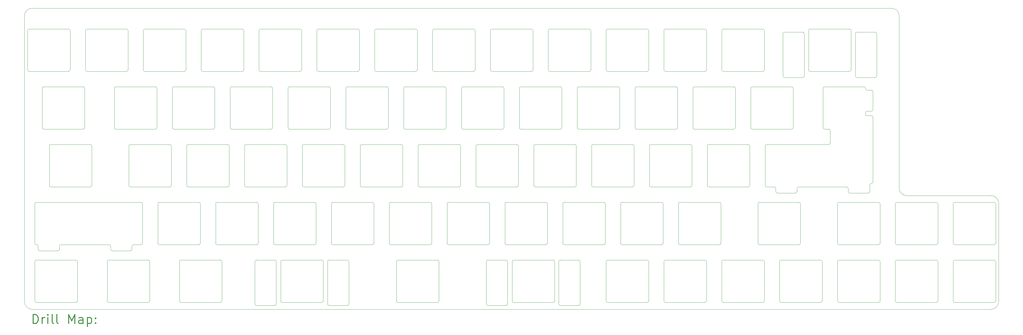
<source format=gbr>
%FSLAX45Y45*%
G04 Gerber Fmt 4.5, Leading zero omitted, Abs format (unit mm)*
G04 Created by KiCad (PCBNEW (5.1.9)-1) date 2021-05-31 01:00:14*
%MOMM*%
%LPD*%
G01*
G04 APERTURE LIST*
%TA.AperFunction,Profile*%
%ADD10C,0.100000*%
%TD*%
%ADD11C,0.200000*%
%ADD12C,0.300000*%
G04 APERTURE END LIST*
D10*
X34333125Y-13307906D02*
X34193500Y-13307906D01*
X34193500Y-13307906D02*
G75*
G02*
X34143500Y-13257906I0J50000D01*
G01*
X34143500Y-13257906D02*
X34143500Y-13214106D01*
X34338125Y-13164000D02*
X34193500Y-13164106D01*
X34143500Y-13214106D02*
G75*
G02*
X34193500Y-13164106I50000J0D01*
G01*
X34388125Y-13114000D02*
G75*
G02*
X34338125Y-13164000I-50000J0D01*
G01*
X34333125Y-13307906D02*
G75*
G02*
X34383125Y-13357906I0J-50000D01*
G01*
X34388125Y-12513700D02*
X34388125Y-13114000D01*
X34283125Y-15601300D02*
G75*
G02*
X34333125Y-15551300I50000J0D01*
G01*
X34283125Y-15810330D02*
X34283125Y-15601300D01*
X34143500Y-12402406D02*
X34143500Y-12413700D01*
X34338125Y-12463700D02*
X34193500Y-12463700D01*
X34383125Y-15501300D02*
G75*
G02*
X34333125Y-15551300I-50000J0D01*
G01*
X6839375Y-16165406D02*
X10282500Y-16165406D01*
X34383125Y-13357906D02*
X34383125Y-15501300D01*
X32743500Y-12402406D02*
G75*
G02*
X32793500Y-12352406I50000J0D01*
G01*
X31938332Y-15660508D02*
X33525950Y-15660506D01*
X33626110Y-15860368D02*
X34233125Y-15860330D01*
X6949575Y-17765406D02*
G75*
G02*
X6899575Y-17715406I0J50000D01*
G01*
X33525950Y-15660506D02*
G75*
G02*
X33575950Y-15710506I0J-50000D01*
G01*
X31238325Y-15860406D02*
G75*
G02*
X31188325Y-15810406I0J50000D01*
G01*
X7599575Y-17715406D02*
X7599575Y-17615406D01*
X9987175Y-17715406D02*
G75*
G02*
X9937175Y-17765406I-50000J0D01*
G01*
X32793500Y-12352406D02*
X34093500Y-12352406D01*
X10282500Y-17565406D02*
X10037175Y-17565406D01*
X6949575Y-17765406D02*
X7549575Y-17765406D01*
X34093500Y-12352406D02*
G75*
G02*
X34143500Y-12402406I0J-50000D01*
G01*
X31238325Y-15860406D02*
X31838325Y-15860406D01*
X34283125Y-15810330D02*
G75*
G02*
X34233125Y-15860330I-50000J0D01*
G01*
X6849575Y-17565406D02*
G75*
G02*
X6899575Y-17615406I0J-50000D01*
G01*
X9237175Y-17565406D02*
G75*
G02*
X9287175Y-17615406I0J-50000D01*
G01*
X31888325Y-15810406D02*
G75*
G02*
X31838325Y-15860406I-50000J0D01*
G01*
X6839375Y-17565406D02*
X6849575Y-17565406D01*
X9987175Y-17715406D02*
X9987175Y-17615406D01*
X9987175Y-17615406D02*
G75*
G02*
X10037175Y-17565406I50000J0D01*
G01*
X9237175Y-17565406D02*
X7649575Y-17565406D01*
X32743250Y-13701406D02*
X32743500Y-12402406D01*
X9287175Y-17615406D02*
X9287175Y-17715406D01*
X7599575Y-17715406D02*
G75*
G02*
X7549575Y-17765406I-50000J0D01*
G01*
X33625925Y-15860406D02*
G75*
G02*
X33575925Y-15810406I0J50000D01*
G01*
X9337175Y-17765406D02*
G75*
G02*
X9287175Y-17715406I0J50000D01*
G01*
X6899575Y-17615406D02*
X6899575Y-17715406D01*
X9337175Y-17765406D02*
X9937175Y-17765406D01*
X31888332Y-15710508D02*
G75*
G02*
X31938332Y-15660508I50000J0D01*
G01*
X33575950Y-15710506D02*
X33575950Y-15810406D01*
X7599575Y-17615406D02*
G75*
G02*
X7649575Y-17565406I50000J0D01*
G01*
X34193500Y-12463700D02*
G75*
G02*
X34143500Y-12413700I0J50000D01*
G01*
X32933250Y-13751406D02*
G75*
G02*
X32983250Y-13801406I0J-50000D01*
G01*
X31188325Y-15810406D02*
X31188232Y-15710508D01*
X32793250Y-13751406D02*
G75*
G02*
X32743250Y-13701406I0J50000D01*
G01*
X32933250Y-13751406D02*
X32793250Y-13751406D01*
X32983250Y-14210384D02*
G75*
G02*
X32933250Y-14260384I-50000J0D01*
G01*
X32983250Y-14210384D02*
X32983250Y-13801406D01*
X31138232Y-15660508D02*
G75*
G02*
X31188232Y-15710508I0J-50000D01*
G01*
X31888325Y-15810406D02*
X31888332Y-15710508D01*
X6839375Y-17565406D02*
G75*
G02*
X6789375Y-17515406I0J50000D01*
G01*
X10282500Y-16165406D02*
G75*
G02*
X10332500Y-16215406I0J-50000D01*
G01*
X30840000Y-14310406D02*
X30840000Y-15610406D01*
X30890000Y-15660406D02*
G75*
G02*
X30840000Y-15610406I0J50000D01*
G01*
X10332500Y-16215406D02*
X10332500Y-17515406D01*
X30840000Y-14310406D02*
G75*
G02*
X30890000Y-14260406I50000J0D01*
G01*
X6789375Y-16215406D02*
X6789375Y-17515406D01*
X30890000Y-15660406D02*
X31138232Y-15660508D01*
X10332500Y-17515406D02*
G75*
G02*
X10282500Y-17565406I-50000J0D01*
G01*
X30890000Y-14260406D02*
X32933250Y-14260384D01*
X6789375Y-16215406D02*
G75*
G02*
X6839375Y-16165406I50000J0D01*
G01*
X35002500Y-9765000D02*
G75*
G02*
X35252500Y-10015000I0J-250000D01*
G01*
X35252500Y-15695000D02*
X35252500Y-10015000D01*
X35502500Y-15945000D02*
G75*
G02*
X35252500Y-15695000I0J250000D01*
G01*
X38280000Y-15945000D02*
X35502500Y-15945000D01*
X38280000Y-15945000D02*
G75*
G02*
X38530000Y-16195000I0J-250000D01*
G01*
X38431250Y-18120000D02*
X38431250Y-19420000D01*
X35126250Y-18120000D02*
G75*
G02*
X35176250Y-18070000I50000J0D01*
G01*
X36526250Y-19420000D02*
G75*
G02*
X36476250Y-19470000I-50000J0D01*
G01*
X35176250Y-18070000D02*
X36476250Y-18070000D01*
X33221250Y-18120000D02*
G75*
G02*
X33271250Y-18070000I50000J0D01*
G01*
X34621250Y-19420000D02*
G75*
G02*
X34571250Y-19470000I-50000J0D01*
G01*
X38381250Y-18070000D02*
G75*
G02*
X38431250Y-18120000I0J-50000D01*
G01*
X37031250Y-18120000D02*
G75*
G02*
X37081250Y-18070000I50000J0D01*
G01*
X34621250Y-18120000D02*
X34621250Y-19420000D01*
X35176250Y-19470000D02*
X36476250Y-19470000D01*
X38431250Y-19420000D02*
G75*
G02*
X38381250Y-19470000I-50000J0D01*
G01*
X36476250Y-18070000D02*
G75*
G02*
X36526250Y-18120000I0J-50000D01*
G01*
X36526250Y-18120000D02*
X36526250Y-19420000D01*
X35126250Y-18120000D02*
X35126250Y-19420000D01*
X37081250Y-18070000D02*
X38381250Y-18070000D01*
X37081250Y-19470000D02*
G75*
G02*
X37031250Y-19420000I0J50000D01*
G01*
X37031250Y-18120000D02*
X37031250Y-19420000D01*
X35176250Y-19470000D02*
G75*
G02*
X35126250Y-19420000I0J50000D01*
G01*
X34571250Y-18070000D02*
G75*
G02*
X34621250Y-18120000I0J-50000D01*
G01*
X37081250Y-19470000D02*
X38381250Y-19470000D01*
X33271250Y-19470000D02*
G75*
G02*
X33221250Y-19420000I0J50000D01*
G01*
X10520625Y-18070000D02*
G75*
G02*
X10570625Y-18120000I0J-50000D01*
G01*
X11551875Y-18120000D02*
G75*
G02*
X11601875Y-18070000I50000J0D01*
G01*
X9170625Y-18120000D02*
G75*
G02*
X9220625Y-18070000I50000J0D01*
G01*
X6789375Y-18120000D02*
X6789375Y-19420000D01*
X6839375Y-19470000D02*
X8139375Y-19470000D01*
X6789375Y-18120000D02*
G75*
G02*
X6839375Y-18070000I50000J0D01*
G01*
X10570625Y-19420000D02*
G75*
G02*
X10520625Y-19470000I-50000J0D01*
G01*
X11601875Y-19470000D02*
X12901875Y-19470000D01*
X37031250Y-16215000D02*
G75*
G02*
X37081250Y-16165000I50000J0D01*
G01*
X11601875Y-18070000D02*
X12901875Y-18070000D01*
X8139375Y-18070000D02*
G75*
G02*
X8189375Y-18120000I0J-50000D01*
G01*
X37081250Y-17565000D02*
G75*
G02*
X37031250Y-17515000I0J50000D01*
G01*
X12951875Y-18120000D02*
X12951875Y-19420000D01*
X11551875Y-18120000D02*
X11551875Y-19420000D01*
X9220625Y-19470000D02*
X10520625Y-19470000D01*
X9220625Y-19470000D02*
G75*
G02*
X9170625Y-19420000I0J50000D01*
G01*
X10570625Y-18120000D02*
X10570625Y-19420000D01*
X9220625Y-18070000D02*
X10520625Y-18070000D01*
X8189375Y-19420000D02*
G75*
G02*
X8139375Y-19470000I-50000J0D01*
G01*
X6839375Y-19470000D02*
G75*
G02*
X6789375Y-19420000I0J50000D01*
G01*
X6839375Y-18070000D02*
X8139375Y-18070000D01*
X8189375Y-18120000D02*
X8189375Y-19420000D01*
X38431250Y-16215000D02*
X38431250Y-17515000D01*
X11601875Y-19470000D02*
G75*
G02*
X11551875Y-19420000I0J50000D01*
G01*
X9170625Y-18120000D02*
X9170625Y-19420000D01*
X12901875Y-18070000D02*
G75*
G02*
X12951875Y-18120000I0J-50000D01*
G01*
X38431250Y-17515000D02*
G75*
G02*
X38381250Y-17565000I-50000J0D01*
G01*
X38381250Y-16165000D02*
G75*
G02*
X38431250Y-16215000I0J-50000D01*
G01*
X26077500Y-16215000D02*
G75*
G02*
X26127500Y-16165000I50000J0D01*
G01*
X29332500Y-16165000D02*
G75*
G02*
X29382500Y-16215000I0J-50000D01*
G01*
X27477500Y-16215000D02*
X27477500Y-17515000D01*
X33271250Y-17565000D02*
G75*
G02*
X33221250Y-17515000I0J50000D01*
G01*
X34571250Y-16165000D02*
G75*
G02*
X34621250Y-16215000I0J-50000D01*
G01*
X30601875Y-16215000D02*
G75*
G02*
X30651875Y-16165000I50000J0D01*
G01*
X28032500Y-17565000D02*
X29332500Y-17565000D01*
X28032500Y-16165000D02*
X29332500Y-16165000D01*
X34621250Y-16215000D02*
X34621250Y-17515000D01*
X21762500Y-16215000D02*
X21762500Y-17515000D01*
X33271250Y-17565000D02*
X34571250Y-17565000D01*
X23667500Y-16215000D02*
X23667500Y-17515000D01*
X32001875Y-16215000D02*
X32001875Y-17515000D01*
X27982500Y-16215000D02*
X27982500Y-17515000D01*
X27427500Y-16165000D02*
G75*
G02*
X27477500Y-16215000I0J-50000D01*
G01*
X21712500Y-16165000D02*
G75*
G02*
X21762500Y-16215000I0J-50000D01*
G01*
X29382500Y-17515000D02*
G75*
G02*
X29332500Y-17565000I-50000J0D01*
G01*
X24172500Y-16215000D02*
G75*
G02*
X24222500Y-16165000I50000J0D01*
G01*
X20362500Y-16215000D02*
G75*
G02*
X20412500Y-16165000I50000J0D01*
G01*
X25572500Y-16215000D02*
X25572500Y-17515000D01*
X22317500Y-17565000D02*
G75*
G02*
X22267500Y-17515000I0J50000D01*
G01*
X35176250Y-17565000D02*
X36476250Y-17565000D01*
X26127500Y-16165000D02*
X27427500Y-16165000D01*
X21762500Y-17515000D02*
G75*
G02*
X21712500Y-17565000I-50000J0D01*
G01*
X36526250Y-16215000D02*
X36526250Y-17515000D01*
X30601875Y-16215000D02*
X30601875Y-17515000D01*
X35126250Y-16215000D02*
X35126250Y-17515000D01*
X25522500Y-16165000D02*
G75*
G02*
X25572500Y-16215000I0J-50000D01*
G01*
X29382500Y-16215000D02*
X29382500Y-17515000D01*
X27477500Y-17515000D02*
G75*
G02*
X27427500Y-17565000I-50000J0D01*
G01*
X26077500Y-16215000D02*
X26077500Y-17515000D01*
X25572500Y-17515000D02*
G75*
G02*
X25522500Y-17565000I-50000J0D01*
G01*
X24172500Y-16215000D02*
X24172500Y-17515000D01*
X26127500Y-17565000D02*
X27427500Y-17565000D01*
X32001875Y-17515000D02*
G75*
G02*
X31951875Y-17565000I-50000J0D01*
G01*
X20412500Y-17565000D02*
G75*
G02*
X20362500Y-17515000I0J50000D01*
G01*
X24222500Y-17565000D02*
G75*
G02*
X24172500Y-17515000I0J50000D01*
G01*
X37031250Y-16215000D02*
X37031250Y-17515000D01*
X37081250Y-17565000D02*
X38381250Y-17565000D01*
X37081250Y-16165000D02*
X38381250Y-16165000D01*
X36526250Y-17515000D02*
G75*
G02*
X36476250Y-17565000I-50000J0D01*
G01*
X35176250Y-17565000D02*
G75*
G02*
X35126250Y-17515000I0J50000D01*
G01*
X30651875Y-17565000D02*
G75*
G02*
X30601875Y-17515000I0J50000D01*
G01*
X33221250Y-16215000D02*
X33221250Y-17515000D01*
X27982500Y-16215000D02*
G75*
G02*
X28032500Y-16165000I50000J0D01*
G01*
X36476250Y-16165000D02*
G75*
G02*
X36526250Y-16215000I0J-50000D01*
G01*
X24222500Y-17565000D02*
X25522500Y-17565000D01*
X26127500Y-17565000D02*
G75*
G02*
X26077500Y-17515000I0J50000D01*
G01*
X22267500Y-16215000D02*
X22267500Y-17515000D01*
X35126250Y-16215000D02*
G75*
G02*
X35176250Y-16165000I50000J0D01*
G01*
X24222500Y-16165000D02*
X25522500Y-16165000D01*
X28032500Y-17565000D02*
G75*
G02*
X27982500Y-17515000I0J50000D01*
G01*
X22317500Y-16165000D02*
X23617500Y-16165000D01*
X35176250Y-16165000D02*
X36476250Y-16165000D01*
X33271250Y-16165000D02*
X34571250Y-16165000D01*
X31951875Y-16165000D02*
G75*
G02*
X32001875Y-16215000I0J-50000D01*
G01*
X22267500Y-16215000D02*
G75*
G02*
X22317500Y-16165000I50000J0D01*
G01*
X30651875Y-16165000D02*
X31951875Y-16165000D01*
X22317500Y-17565000D02*
X23617500Y-17565000D01*
X23667500Y-17515000D02*
G75*
G02*
X23617500Y-17565000I-50000J0D01*
G01*
X34621250Y-17515000D02*
G75*
G02*
X34571250Y-17565000I-50000J0D01*
G01*
X33221250Y-16215000D02*
G75*
G02*
X33271250Y-16165000I50000J0D01*
G01*
X30651875Y-17565000D02*
X31951875Y-17565000D01*
X23617500Y-16165000D02*
G75*
G02*
X23667500Y-16215000I0J-50000D01*
G01*
X10808750Y-12405000D02*
X10808750Y-13705000D01*
X9408750Y-12405000D02*
X9408750Y-13705000D01*
X7027500Y-12405000D02*
X7027500Y-13705000D01*
X7077500Y-12355000D02*
X8377500Y-12355000D01*
X8427500Y-13705000D02*
G75*
G02*
X8377500Y-13755000I-50000J0D01*
G01*
X7077500Y-13755000D02*
G75*
G02*
X7027500Y-13705000I0J50000D01*
G01*
X8377500Y-12355000D02*
G75*
G02*
X8427500Y-12405000I0J-50000D01*
G01*
X7027500Y-12405000D02*
G75*
G02*
X7077500Y-12355000I50000J0D01*
G01*
X32124950Y-12000000D02*
G75*
G02*
X32074950Y-12050000I-50000J0D01*
G01*
X31474950Y-12050000D02*
X32074950Y-12050000D01*
X31474950Y-10550000D02*
X32074950Y-10550000D01*
X31424950Y-10600000D02*
G75*
G02*
X31474950Y-10550000I50000J0D01*
G01*
X9458750Y-12355000D02*
X10758750Y-12355000D01*
X8427500Y-12405000D02*
X8427500Y-13705000D01*
X31424950Y-10600000D02*
X31424950Y-12000000D01*
X32124950Y-10600000D02*
X32124950Y-12000000D01*
X9458750Y-13755000D02*
G75*
G02*
X9408750Y-13705000I0J50000D01*
G01*
X32074950Y-10550000D02*
G75*
G02*
X32124950Y-10600000I0J-50000D01*
G01*
X7077500Y-13755000D02*
X8377500Y-13755000D01*
X9458750Y-13755000D02*
X10758750Y-13755000D01*
X10758750Y-12355000D02*
G75*
G02*
X10808750Y-12405000I0J-50000D01*
G01*
X31474950Y-12050000D02*
G75*
G02*
X31424950Y-12000000I0J50000D01*
G01*
X9408750Y-12405000D02*
G75*
G02*
X9458750Y-12355000I50000J0D01*
G01*
X12266250Y-10500000D02*
X12266250Y-11800000D01*
X11761250Y-11800000D02*
G75*
G02*
X11711250Y-11850000I-50000J0D01*
G01*
X10411250Y-10450000D02*
X11711250Y-10450000D01*
X6601250Y-11850000D02*
G75*
G02*
X6551250Y-11800000I0J50000D01*
G01*
X11761250Y-10500000D02*
X11761250Y-11800000D01*
X13666250Y-10500000D02*
X13666250Y-11800000D01*
X10411250Y-11850000D02*
G75*
G02*
X10361250Y-11800000I0J50000D01*
G01*
X8456250Y-10500000D02*
X8456250Y-11800000D01*
X11711250Y-10450000D02*
G75*
G02*
X11761250Y-10500000I0J-50000D01*
G01*
X8456250Y-10500000D02*
G75*
G02*
X8506250Y-10450000I50000J0D01*
G01*
X8506250Y-11850000D02*
X9806250Y-11850000D01*
X7901250Y-10450000D02*
G75*
G02*
X7951250Y-10500000I0J-50000D01*
G01*
X7951250Y-11800000D02*
G75*
G02*
X7901250Y-11850000I-50000J0D01*
G01*
X12316250Y-11850000D02*
X13616250Y-11850000D01*
X12316250Y-10450000D02*
X13616250Y-10450000D01*
X9856250Y-11800000D02*
G75*
G02*
X9806250Y-11850000I-50000J0D01*
G01*
X10361250Y-10500000D02*
G75*
G02*
X10411250Y-10450000I50000J0D01*
G01*
X10411250Y-11850000D02*
X11711250Y-11850000D01*
X8506250Y-11850000D02*
G75*
G02*
X8456250Y-11800000I0J50000D01*
G01*
X8506250Y-10450000D02*
X9806250Y-10450000D01*
X10361250Y-10500000D02*
X10361250Y-11800000D01*
X9806250Y-10450000D02*
G75*
G02*
X9856250Y-10500000I0J-50000D01*
G01*
X9856250Y-10500000D02*
X9856250Y-11800000D01*
X16479425Y-19570000D02*
G75*
G02*
X16429425Y-19520000I0J50000D01*
G01*
X16429425Y-18120000D02*
G75*
G02*
X16479425Y-18070000I50000J0D01*
G01*
X16235625Y-18070000D02*
G75*
G02*
X16285625Y-18120000I0J-50000D01*
G01*
X16479425Y-18070000D02*
X17079425Y-18070000D01*
X14935625Y-19470000D02*
X16235625Y-19470000D01*
X14935625Y-18070000D02*
X16235625Y-18070000D01*
X17079425Y-18070000D02*
G75*
G02*
X17129425Y-18120000I0J-50000D01*
G01*
X14086825Y-18070000D02*
X14686825Y-18070000D01*
X14885625Y-18120000D02*
X14885625Y-19420000D01*
X17129425Y-19520000D02*
G75*
G02*
X17079425Y-19570000I-50000J0D01*
G01*
X14935625Y-19470000D02*
G75*
G02*
X14885625Y-19420000I0J50000D01*
G01*
X14885625Y-18120000D02*
G75*
G02*
X14935625Y-18070000I50000J0D01*
G01*
X16285625Y-18120000D02*
X16285625Y-19420000D01*
X16479425Y-19570000D02*
X17079425Y-19570000D01*
X18695625Y-18120000D02*
X18695625Y-19420000D01*
X18745625Y-18070000D02*
X20045625Y-18070000D01*
X18745625Y-19470000D02*
X20045625Y-19470000D01*
X14736825Y-19520000D02*
G75*
G02*
X14686825Y-19570000I-50000J0D01*
G01*
X14736825Y-18120000D02*
X14736825Y-19520000D01*
X14086825Y-19570000D02*
X14686825Y-19570000D01*
X17129425Y-18120000D02*
X17129425Y-19520000D01*
X14686825Y-18070000D02*
G75*
G02*
X14736825Y-18120000I0J-50000D01*
G01*
X16285625Y-19420000D02*
G75*
G02*
X16235625Y-19470000I-50000J0D01*
G01*
X14036825Y-18120000D02*
X14036825Y-19520000D01*
X14086825Y-19570000D02*
G75*
G02*
X14036825Y-19520000I0J50000D01*
G01*
X14036825Y-18120000D02*
G75*
G02*
X14086825Y-18070000I50000J0D01*
G01*
X16429425Y-18120000D02*
X16429425Y-19520000D01*
X12951875Y-19420000D02*
G75*
G02*
X12901875Y-19470000I-50000J0D01*
G01*
X32716250Y-18120000D02*
X32716250Y-19420000D01*
X31366250Y-18070000D02*
X32666250Y-18070000D01*
X24744425Y-19520000D02*
G75*
G02*
X24694425Y-19570000I-50000J0D01*
G01*
X22505625Y-18120000D02*
G75*
G02*
X22555625Y-18070000I50000J0D01*
G01*
X22356825Y-19520000D02*
G75*
G02*
X22306825Y-19570000I-50000J0D01*
G01*
X29411250Y-18120000D02*
G75*
G02*
X29461250Y-18070000I50000J0D01*
G01*
X21656825Y-18120000D02*
X21656825Y-19520000D01*
X24744425Y-18120000D02*
X24744425Y-19520000D01*
X30811250Y-18120000D02*
X30811250Y-19420000D01*
X27556250Y-18070000D02*
X28856250Y-18070000D01*
X29461250Y-19470000D02*
X30761250Y-19470000D01*
X29461250Y-18070000D02*
X30761250Y-18070000D01*
X28856250Y-18070000D02*
G75*
G02*
X28906250Y-18120000I0J-50000D01*
G01*
X28906250Y-18120000D02*
X28906250Y-19420000D01*
X26951250Y-18070000D02*
G75*
G02*
X27001250Y-18120000I0J-50000D01*
G01*
X25601250Y-18120000D02*
G75*
G02*
X25651250Y-18070000I50000J0D01*
G01*
X27001250Y-18120000D02*
X27001250Y-19420000D01*
X25651250Y-19470000D02*
X26951250Y-19470000D01*
X24094425Y-18070000D02*
X24694425Y-18070000D01*
X20045625Y-18070000D02*
G75*
G02*
X20095625Y-18120000I0J-50000D01*
G01*
X18695625Y-18120000D02*
G75*
G02*
X18745625Y-18070000I50000J0D01*
G01*
X25651250Y-18070000D02*
X26951250Y-18070000D01*
X22306825Y-18070000D02*
G75*
G02*
X22356825Y-18120000I0J-50000D01*
G01*
X21656825Y-18120000D02*
G75*
G02*
X21706825Y-18070000I50000J0D01*
G01*
X21706825Y-18070000D02*
X22306825Y-18070000D01*
X22356825Y-18120000D02*
X22356825Y-19520000D01*
X21706825Y-19570000D02*
X22306825Y-19570000D01*
X18745625Y-19470000D02*
G75*
G02*
X18695625Y-19420000I0J50000D01*
G01*
X24044425Y-18120000D02*
G75*
G02*
X24094425Y-18070000I50000J0D01*
G01*
X24094425Y-19570000D02*
G75*
G02*
X24044425Y-19520000I0J50000D01*
G01*
X25601250Y-18120000D02*
X25601250Y-19420000D01*
X22555625Y-18070000D02*
X23855625Y-18070000D01*
X20095625Y-18120000D02*
X20095625Y-19420000D01*
X21706825Y-19570000D02*
G75*
G02*
X21656825Y-19520000I0J50000D01*
G01*
X24094425Y-19570000D02*
X24694425Y-19570000D01*
X27001250Y-19420000D02*
G75*
G02*
X26951250Y-19470000I-50000J0D01*
G01*
X20095625Y-19420000D02*
G75*
G02*
X20045625Y-19470000I-50000J0D01*
G01*
X33221250Y-18120000D02*
X33221250Y-19420000D01*
X33271250Y-19470000D02*
X34571250Y-19470000D01*
X22505625Y-18120000D02*
X22505625Y-19420000D01*
X33271250Y-18070000D02*
X34571250Y-18070000D01*
X32716250Y-19420000D02*
G75*
G02*
X32666250Y-19470000I-50000J0D01*
G01*
X31366250Y-19470000D02*
G75*
G02*
X31316250Y-19420000I0J50000D01*
G01*
X24044425Y-18120000D02*
X24044425Y-19520000D01*
X32666250Y-18070000D02*
G75*
G02*
X32716250Y-18120000I0J-50000D01*
G01*
X31316250Y-18120000D02*
X31316250Y-19420000D01*
X30811250Y-19420000D02*
G75*
G02*
X30761250Y-19470000I-50000J0D01*
G01*
X23905625Y-18120000D02*
X23905625Y-19420000D01*
X29461250Y-19470000D02*
G75*
G02*
X29411250Y-19420000I0J50000D01*
G01*
X30761250Y-18070000D02*
G75*
G02*
X30811250Y-18120000I0J-50000D01*
G01*
X28906250Y-19420000D02*
G75*
G02*
X28856250Y-19470000I-50000J0D01*
G01*
X27506250Y-18120000D02*
X27506250Y-19420000D01*
X24694425Y-18070000D02*
G75*
G02*
X24744425Y-18120000I0J-50000D01*
G01*
X29411250Y-18120000D02*
X29411250Y-19420000D01*
X25651250Y-19470000D02*
G75*
G02*
X25601250Y-19420000I0J50000D01*
G01*
X23855625Y-18070000D02*
G75*
G02*
X23905625Y-18120000I0J-50000D01*
G01*
X22555625Y-19470000D02*
X23855625Y-19470000D01*
X31366250Y-19470000D02*
X32666250Y-19470000D01*
X22555625Y-19470000D02*
G75*
G02*
X22505625Y-19420000I0J50000D01*
G01*
X27556250Y-19470000D02*
X28856250Y-19470000D01*
X23905625Y-19420000D02*
G75*
G02*
X23855625Y-19470000I-50000J0D01*
G01*
X31316250Y-18120000D02*
G75*
G02*
X31366250Y-18070000I50000J0D01*
G01*
X27556250Y-19470000D02*
G75*
G02*
X27506250Y-19420000I0J50000D01*
G01*
X27506250Y-18120000D02*
G75*
G02*
X27556250Y-18070000I50000J0D01*
G01*
X20888750Y-12355000D02*
X22188750Y-12355000D01*
X20333750Y-13705000D02*
G75*
G02*
X20283750Y-13755000I-50000J0D01*
G01*
X15123750Y-12405000D02*
G75*
G02*
X15173750Y-12355000I50000J0D01*
G01*
X11363750Y-13755000D02*
G75*
G02*
X11313750Y-13705000I0J50000D01*
G01*
X18933750Y-12405000D02*
X18933750Y-13705000D01*
X18428750Y-12405000D02*
X18428750Y-13705000D01*
X18983750Y-13755000D02*
G75*
G02*
X18933750Y-13705000I0J50000D01*
G01*
X20283750Y-12355000D02*
G75*
G02*
X20333750Y-12405000I0J-50000D01*
G01*
X11313750Y-12405000D02*
G75*
G02*
X11363750Y-12355000I50000J0D01*
G01*
X18933750Y-12405000D02*
G75*
G02*
X18983750Y-12355000I50000J0D01*
G01*
X13268750Y-12355000D02*
X14568750Y-12355000D01*
X20333750Y-12405000D02*
X20333750Y-13705000D01*
X18983750Y-13755000D02*
X20283750Y-13755000D01*
X17078750Y-12355000D02*
X18378750Y-12355000D01*
X14568750Y-12355000D02*
G75*
G02*
X14618750Y-12405000I0J-50000D01*
G01*
X13218750Y-12405000D02*
G75*
G02*
X13268750Y-12355000I50000J0D01*
G01*
X11363750Y-12355000D02*
X12663750Y-12355000D01*
X18983750Y-12355000D02*
X20283750Y-12355000D01*
X17078750Y-13755000D02*
G75*
G02*
X17028750Y-13705000I0J50000D01*
G01*
X17028750Y-12405000D02*
G75*
G02*
X17078750Y-12355000I50000J0D01*
G01*
X13268750Y-13755000D02*
G75*
G02*
X13218750Y-13705000I0J50000D01*
G01*
X12713750Y-13705000D02*
G75*
G02*
X12663750Y-13755000I-50000J0D01*
G01*
X15173750Y-12355000D02*
X16473750Y-12355000D01*
X14618750Y-12405000D02*
X14618750Y-13705000D01*
X17078750Y-13755000D02*
X18378750Y-13755000D01*
X10808750Y-13705000D02*
G75*
G02*
X10758750Y-13755000I-50000J0D01*
G01*
X14618750Y-13705000D02*
G75*
G02*
X14568750Y-13755000I-50000J0D01*
G01*
X20838750Y-12405000D02*
G75*
G02*
X20888750Y-12355000I50000J0D01*
G01*
X15123750Y-12405000D02*
X15123750Y-13705000D01*
X22238750Y-12405000D02*
X22238750Y-13705000D01*
X18428750Y-13705000D02*
G75*
G02*
X18378750Y-13755000I-50000J0D01*
G01*
X17028750Y-12405000D02*
X17028750Y-13705000D01*
X16523750Y-12405000D02*
X16523750Y-13705000D01*
X13218750Y-12405000D02*
X13218750Y-13705000D01*
X12713750Y-12405000D02*
X12713750Y-13705000D01*
X18378750Y-12355000D02*
G75*
G02*
X18428750Y-12405000I0J-50000D01*
G01*
X16473750Y-12355000D02*
G75*
G02*
X16523750Y-12405000I0J-50000D01*
G01*
X11363750Y-13755000D02*
X12663750Y-13755000D01*
X13268750Y-13755000D02*
X14568750Y-13755000D01*
X15173750Y-13755000D02*
X16473750Y-13755000D01*
X12663750Y-12355000D02*
G75*
G02*
X12713750Y-12405000I0J-50000D01*
G01*
X15173750Y-13755000D02*
G75*
G02*
X15123750Y-13705000I0J50000D01*
G01*
X11313750Y-12405000D02*
X11313750Y-13705000D01*
X16523750Y-13705000D02*
G75*
G02*
X16473750Y-13755000I-50000J0D01*
G01*
X20838750Y-12405000D02*
X20838750Y-13705000D01*
X20888750Y-13755000D02*
X22188750Y-13755000D01*
X7951250Y-10500000D02*
X7951250Y-11800000D01*
X6601250Y-10450000D02*
X7901250Y-10450000D01*
X6551250Y-10500000D02*
G75*
G02*
X6601250Y-10450000I50000J0D01*
G01*
X6551250Y-10500000D02*
X6551250Y-11800000D01*
X6601250Y-11850000D02*
X7901250Y-11850000D01*
X9935000Y-15660000D02*
G75*
G02*
X9885000Y-15610000I0J50000D01*
G01*
X7265625Y-14310000D02*
X7265625Y-15610000D01*
X8665625Y-14310000D02*
X8665625Y-15610000D01*
X13745000Y-14260000D02*
X15045000Y-14260000D01*
X13190000Y-15610000D02*
G75*
G02*
X13140000Y-15660000I-50000J0D01*
G01*
X11840000Y-15660000D02*
X13140000Y-15660000D01*
X9885000Y-14310000D02*
G75*
G02*
X9935000Y-14260000I50000J0D01*
G01*
X11840000Y-14260000D02*
X13140000Y-14260000D01*
X8615625Y-14260000D02*
G75*
G02*
X8665625Y-14310000I0J-50000D01*
G01*
X7265625Y-14310000D02*
G75*
G02*
X7315625Y-14260000I50000J0D01*
G01*
X11285000Y-14310000D02*
X11285000Y-15610000D01*
X9885000Y-14310000D02*
X9885000Y-15610000D01*
X8665625Y-15610000D02*
G75*
G02*
X8615625Y-15660000I-50000J0D01*
G01*
X7315625Y-15660000D02*
G75*
G02*
X7265625Y-15610000I0J50000D01*
G01*
X11840000Y-15660000D02*
G75*
G02*
X11790000Y-15610000I0J50000D01*
G01*
X13140000Y-14260000D02*
G75*
G02*
X13190000Y-14310000I0J-50000D01*
G01*
X11285000Y-15610000D02*
G75*
G02*
X11235000Y-15660000I-50000J0D01*
G01*
X13190000Y-14310000D02*
X13190000Y-15610000D01*
X11790000Y-14310000D02*
G75*
G02*
X11840000Y-14260000I50000J0D01*
G01*
X9935000Y-14260000D02*
X11235000Y-14260000D01*
X7315625Y-15660000D02*
X8615625Y-15660000D01*
X7315625Y-14260000D02*
X8615625Y-14260000D01*
X11790000Y-14310000D02*
X11790000Y-15610000D01*
X11235000Y-14260000D02*
G75*
G02*
X11285000Y-14310000I0J-50000D01*
G01*
X34338125Y-12463700D02*
G75*
G02*
X34388125Y-12513700I0J-50000D01*
G01*
X9935000Y-15660000D02*
X11235000Y-15660000D01*
X30811250Y-10500000D02*
X30811250Y-11800000D01*
X32268750Y-10500000D02*
X32268750Y-11800000D01*
X32268750Y-10500000D02*
G75*
G02*
X32318750Y-10450000I50000J0D01*
G01*
X33668750Y-11800000D02*
G75*
G02*
X33618750Y-11850000I-50000J0D01*
G01*
X32318750Y-11850000D02*
G75*
G02*
X32268750Y-11800000I0J50000D01*
G01*
X30811250Y-11800000D02*
G75*
G02*
X30761250Y-11850000I-50000J0D01*
G01*
X29411250Y-10500000D02*
G75*
G02*
X29461250Y-10450000I50000J0D01*
G01*
X29411250Y-10500000D02*
X29411250Y-11800000D01*
X29461250Y-11850000D02*
X30761250Y-11850000D01*
X34512550Y-12000000D02*
G75*
G02*
X34462550Y-12050000I-50000J0D01*
G01*
X32318750Y-10450000D02*
X33618750Y-10450000D01*
X33862550Y-10550000D02*
X34462550Y-10550000D01*
X33862550Y-12050000D02*
G75*
G02*
X33812550Y-12000000I0J50000D01*
G01*
X34462550Y-10550000D02*
G75*
G02*
X34512550Y-10600000I0J-50000D01*
G01*
X33812550Y-10600000D02*
G75*
G02*
X33862550Y-10550000I50000J0D01*
G01*
X33668750Y-10500000D02*
X33668750Y-11800000D01*
X29461250Y-11850000D02*
G75*
G02*
X29411250Y-11800000I0J50000D01*
G01*
X33618750Y-10450000D02*
G75*
G02*
X33668750Y-10500000I0J-50000D01*
G01*
X34512550Y-10600000D02*
X34512550Y-12000000D01*
X32318750Y-11850000D02*
X33618750Y-11850000D01*
X30761250Y-10450000D02*
G75*
G02*
X30811250Y-10500000I0J-50000D01*
G01*
X33812550Y-10600000D02*
X33812550Y-12000000D01*
X33862550Y-12050000D02*
X34462550Y-12050000D01*
X28906250Y-11800000D02*
G75*
G02*
X28856250Y-11850000I-50000J0D01*
G01*
X28856250Y-10450000D02*
G75*
G02*
X28906250Y-10500000I0J-50000D01*
G01*
X27506250Y-10500000D02*
X27506250Y-11800000D01*
X25651250Y-11850000D02*
G75*
G02*
X25601250Y-11800000I0J50000D01*
G01*
X26951250Y-10450000D02*
G75*
G02*
X27001250Y-10500000I0J-50000D01*
G01*
X23746250Y-11850000D02*
G75*
G02*
X23696250Y-11800000I0J50000D01*
G01*
X23696250Y-10500000D02*
X23696250Y-11800000D01*
X27556250Y-11850000D02*
G75*
G02*
X27506250Y-11800000I0J50000D01*
G01*
X27506250Y-10500000D02*
G75*
G02*
X27556250Y-10450000I50000J0D01*
G01*
X28906250Y-10500000D02*
X28906250Y-11800000D01*
X25096250Y-11800000D02*
G75*
G02*
X25046250Y-11850000I-50000J0D01*
G01*
X25096250Y-10500000D02*
X25096250Y-11800000D01*
X27556250Y-11850000D02*
X28856250Y-11850000D01*
X25651250Y-11850000D02*
X26951250Y-11850000D01*
X27556250Y-10450000D02*
X28856250Y-10450000D01*
X25601250Y-10500000D02*
G75*
G02*
X25651250Y-10450000I50000J0D01*
G01*
X27001250Y-10500000D02*
X27001250Y-11800000D01*
X25046250Y-10450000D02*
G75*
G02*
X25096250Y-10500000I0J-50000D01*
G01*
X23696250Y-10500000D02*
G75*
G02*
X23746250Y-10450000I50000J0D01*
G01*
X25651250Y-10450000D02*
X26951250Y-10450000D01*
X25601250Y-10500000D02*
X25601250Y-11800000D01*
X27001250Y-11800000D02*
G75*
G02*
X26951250Y-11850000I-50000J0D01*
G01*
X29461250Y-10450000D02*
X30761250Y-10450000D01*
X19331250Y-10450000D02*
G75*
G02*
X19381250Y-10500000I0J-50000D01*
G01*
X19886250Y-10500000D02*
X19886250Y-11800000D01*
X21841250Y-11850000D02*
G75*
G02*
X21791250Y-11800000I0J50000D01*
G01*
X23746250Y-11850000D02*
X25046250Y-11850000D01*
X19381250Y-11800000D02*
G75*
G02*
X19331250Y-11850000I-50000J0D01*
G01*
X21841250Y-10450000D02*
X23141250Y-10450000D01*
X23746250Y-10450000D02*
X25046250Y-10450000D01*
X23191250Y-11800000D02*
G75*
G02*
X23141250Y-11850000I-50000J0D01*
G01*
X21791250Y-10500000D02*
G75*
G02*
X21841250Y-10450000I50000J0D01*
G01*
X19936250Y-11850000D02*
X21236250Y-11850000D01*
X21286250Y-11800000D02*
G75*
G02*
X21236250Y-11850000I-50000J0D01*
G01*
X17981250Y-10500000D02*
G75*
G02*
X18031250Y-10450000I50000J0D01*
G01*
X19381250Y-10500000D02*
X19381250Y-11800000D01*
X23141250Y-10450000D02*
G75*
G02*
X23191250Y-10500000I0J-50000D01*
G01*
X23191250Y-10500000D02*
X23191250Y-11800000D01*
X21791250Y-10500000D02*
X21791250Y-11800000D01*
X19936250Y-10450000D02*
X21236250Y-10450000D01*
X21841250Y-11850000D02*
X23141250Y-11850000D01*
X19936250Y-11850000D02*
G75*
G02*
X19886250Y-11800000I0J50000D01*
G01*
X21236250Y-10450000D02*
G75*
G02*
X21286250Y-10500000I0J-50000D01*
G01*
X19886250Y-10500000D02*
G75*
G02*
X19936250Y-10450000I50000J0D01*
G01*
X21286250Y-10500000D02*
X21286250Y-11800000D01*
X18031250Y-11850000D02*
G75*
G02*
X17981250Y-11800000I0J50000D01*
G01*
X14221250Y-11850000D02*
X15521250Y-11850000D01*
X17981250Y-10500000D02*
X17981250Y-11800000D01*
X17426250Y-10450000D02*
G75*
G02*
X17476250Y-10500000I0J-50000D01*
G01*
X16076250Y-10500000D02*
G75*
G02*
X16126250Y-10450000I50000J0D01*
G01*
X14171250Y-10500000D02*
G75*
G02*
X14221250Y-10450000I50000J0D01*
G01*
X13666250Y-11800000D02*
G75*
G02*
X13616250Y-11850000I-50000J0D01*
G01*
X18031250Y-11850000D02*
X19331250Y-11850000D01*
X18031250Y-10450000D02*
X19331250Y-10450000D01*
X16126250Y-11850000D02*
G75*
G02*
X16076250Y-11800000I0J50000D01*
G01*
X12266250Y-10500000D02*
G75*
G02*
X12316250Y-10450000I50000J0D01*
G01*
X15571250Y-10500000D02*
X15571250Y-11800000D01*
X17476250Y-11800000D02*
G75*
G02*
X17426250Y-11850000I-50000J0D01*
G01*
X17476250Y-10500000D02*
X17476250Y-11800000D01*
X16076250Y-10500000D02*
X16076250Y-11800000D01*
X15571250Y-11800000D02*
G75*
G02*
X15521250Y-11850000I-50000J0D01*
G01*
X13616250Y-10450000D02*
G75*
G02*
X13666250Y-10500000I0J-50000D01*
G01*
X14221250Y-11850000D02*
G75*
G02*
X14171250Y-11800000I0J50000D01*
G01*
X16126250Y-11850000D02*
X17426250Y-11850000D01*
X14221250Y-10450000D02*
X15521250Y-10450000D01*
X16126250Y-10450000D02*
X17426250Y-10450000D01*
X12316250Y-11850000D02*
G75*
G02*
X12266250Y-11800000I0J50000D01*
G01*
X14171250Y-10500000D02*
X14171250Y-11800000D01*
X15521250Y-10450000D02*
G75*
G02*
X15571250Y-10500000I0J-50000D01*
G01*
X20412500Y-17565000D02*
X21712500Y-17565000D01*
X18507500Y-17565000D02*
G75*
G02*
X18457500Y-17515000I0J50000D01*
G01*
X14647500Y-16215000D02*
G75*
G02*
X14697500Y-16165000I50000J0D01*
G01*
X18507500Y-17565000D02*
X19807500Y-17565000D01*
X17952500Y-17515000D02*
G75*
G02*
X17902500Y-17565000I-50000J0D01*
G01*
X16047500Y-16215000D02*
X16047500Y-17515000D01*
X19807500Y-16165000D02*
G75*
G02*
X19857500Y-16215000I0J-50000D01*
G01*
X18457500Y-16215000D02*
G75*
G02*
X18507500Y-16165000I50000J0D01*
G01*
X14697500Y-17565000D02*
G75*
G02*
X14647500Y-17515000I0J50000D01*
G01*
X19857500Y-16215000D02*
X19857500Y-17515000D01*
X16602500Y-17565000D02*
G75*
G02*
X16552500Y-17515000I0J50000D01*
G01*
X16602500Y-16165000D02*
X17902500Y-16165000D01*
X16047500Y-17515000D02*
G75*
G02*
X15997500Y-17565000I-50000J0D01*
G01*
X19857500Y-17515000D02*
G75*
G02*
X19807500Y-17565000I-50000J0D01*
G01*
X17952500Y-16215000D02*
X17952500Y-17515000D01*
X18457500Y-16215000D02*
X18457500Y-17515000D01*
X14697500Y-16165000D02*
X15997500Y-16165000D01*
X16602500Y-17565000D02*
X17902500Y-17565000D01*
X16552500Y-16215000D02*
G75*
G02*
X16602500Y-16165000I50000J0D01*
G01*
X16552500Y-16215000D02*
X16552500Y-17515000D01*
X14142500Y-17515000D02*
G75*
G02*
X14092500Y-17565000I-50000J0D01*
G01*
X18507500Y-16165000D02*
X19807500Y-16165000D01*
X14647500Y-16215000D02*
X14647500Y-17515000D01*
X15997500Y-16165000D02*
G75*
G02*
X16047500Y-16215000I0J-50000D01*
G01*
X20412500Y-16165000D02*
X21712500Y-16165000D01*
X17902500Y-16165000D02*
G75*
G02*
X17952500Y-16215000I0J-50000D01*
G01*
X14697500Y-17565000D02*
X15997500Y-17565000D01*
X20362500Y-16215000D02*
X20362500Y-17515000D01*
X12237500Y-16215000D02*
X12237500Y-17515000D01*
X26525000Y-14310000D02*
X26525000Y-15610000D01*
X30335000Y-14310000D02*
X30335000Y-15610000D01*
X26525000Y-15610000D02*
G75*
G02*
X26475000Y-15660000I-50000J0D01*
G01*
X10887500Y-16165000D02*
X12187500Y-16165000D01*
X25175000Y-14260000D02*
X26475000Y-14260000D01*
X28985000Y-15660000D02*
X30285000Y-15660000D01*
X27030000Y-14310000D02*
G75*
G02*
X27080000Y-14260000I50000J0D01*
G01*
X28985000Y-15660000D02*
G75*
G02*
X28935000Y-15610000I0J50000D01*
G01*
X28935000Y-14310000D02*
X28935000Y-15610000D01*
X30285000Y-14260000D02*
G75*
G02*
X30335000Y-14310000I0J-50000D01*
G01*
X27080000Y-14260000D02*
X28380000Y-14260000D01*
X24620000Y-15610000D02*
G75*
G02*
X24570000Y-15660000I-50000J0D01*
G01*
X28935000Y-14310000D02*
G75*
G02*
X28985000Y-14260000I50000J0D01*
G01*
X28430000Y-15610000D02*
G75*
G02*
X28380000Y-15660000I-50000J0D01*
G01*
X27080000Y-15660000D02*
G75*
G02*
X27030000Y-15610000I0J50000D01*
G01*
X25175000Y-15660000D02*
G75*
G02*
X25125000Y-15610000I0J50000D01*
G01*
X30335000Y-15610000D02*
G75*
G02*
X30285000Y-15660000I-50000J0D01*
G01*
X12187500Y-16165000D02*
G75*
G02*
X12237500Y-16215000I0J-50000D01*
G01*
X28430000Y-14310000D02*
X28430000Y-15610000D01*
X12792500Y-17565000D02*
G75*
G02*
X12742500Y-17515000I0J50000D01*
G01*
X28985000Y-14260000D02*
X30285000Y-14260000D01*
X27030000Y-14310000D02*
X27030000Y-15610000D01*
X14092500Y-16165000D02*
G75*
G02*
X14142500Y-16215000I0J-50000D01*
G01*
X25125000Y-14310000D02*
G75*
G02*
X25175000Y-14260000I50000J0D01*
G01*
X26475000Y-14260000D02*
G75*
G02*
X26525000Y-14310000I0J-50000D01*
G01*
X25175000Y-15660000D02*
X26475000Y-15660000D01*
X12742500Y-16215000D02*
G75*
G02*
X12792500Y-16165000I50000J0D01*
G01*
X14142500Y-16215000D02*
X14142500Y-17515000D01*
X12237500Y-17515000D02*
G75*
G02*
X12187500Y-17565000I-50000J0D01*
G01*
X10837500Y-16215000D02*
X10837500Y-17515000D01*
X27080000Y-15660000D02*
X28380000Y-15660000D01*
X12742500Y-16215000D02*
X12742500Y-17515000D01*
X25125000Y-14310000D02*
X25125000Y-15610000D01*
X12792500Y-17565000D02*
X14092500Y-17565000D01*
X12792500Y-16165000D02*
X14092500Y-16165000D01*
X10887500Y-17565000D02*
X12187500Y-17565000D01*
X28380000Y-14260000D02*
G75*
G02*
X28430000Y-14310000I0J-50000D01*
G01*
X10887500Y-17565000D02*
G75*
G02*
X10837500Y-17515000I0J50000D01*
G01*
X10837500Y-16215000D02*
G75*
G02*
X10887500Y-16165000I50000J0D01*
G01*
X22188750Y-12355000D02*
G75*
G02*
X22238750Y-12405000I0J-50000D01*
G01*
X26603750Y-13755000D02*
G75*
G02*
X26553750Y-13705000I0J50000D01*
G01*
X24698750Y-13755000D02*
X25998750Y-13755000D01*
X24698750Y-12355000D02*
X25998750Y-12355000D01*
X24143750Y-13705000D02*
G75*
G02*
X24093750Y-13755000I-50000J0D01*
G01*
X22793750Y-13755000D02*
X24093750Y-13755000D01*
X27903750Y-12355000D02*
G75*
G02*
X27953750Y-12405000I0J-50000D01*
G01*
X22743750Y-12405000D02*
G75*
G02*
X22793750Y-12355000I50000J0D01*
G01*
X22793750Y-13755000D02*
G75*
G02*
X22743750Y-13705000I0J50000D01*
G01*
X28458750Y-12405000D02*
X28458750Y-13705000D01*
X28508750Y-12355000D02*
X29808750Y-12355000D01*
X26553750Y-12405000D02*
X26553750Y-13705000D01*
X25998750Y-12355000D02*
G75*
G02*
X26048750Y-12405000I0J-50000D01*
G01*
X26048750Y-13705000D02*
G75*
G02*
X25998750Y-13755000I-50000J0D01*
G01*
X24143750Y-12405000D02*
X24143750Y-13705000D01*
X24648750Y-12405000D02*
X24648750Y-13705000D01*
X28508750Y-13755000D02*
X29808750Y-13755000D01*
X26048750Y-12405000D02*
X26048750Y-13705000D01*
X31763750Y-13705000D02*
G75*
G02*
X31713750Y-13755000I-50000J0D01*
G01*
X24093750Y-12355000D02*
G75*
G02*
X24143750Y-12405000I0J-50000D01*
G01*
X27953750Y-13705000D02*
G75*
G02*
X27903750Y-13755000I-50000J0D01*
G01*
X30413750Y-13755000D02*
G75*
G02*
X30363750Y-13705000I0J50000D01*
G01*
X30363750Y-12405000D02*
X30363750Y-13705000D01*
X31713750Y-12355000D02*
G75*
G02*
X31763750Y-12405000I0J-50000D01*
G01*
X30363750Y-12405000D02*
G75*
G02*
X30413750Y-12355000I50000J0D01*
G01*
X29808750Y-12355000D02*
G75*
G02*
X29858750Y-12405000I0J-50000D01*
G01*
X22238750Y-13705000D02*
G75*
G02*
X22188750Y-13755000I-50000J0D01*
G01*
X22793750Y-12355000D02*
X24093750Y-12355000D01*
X31763750Y-12405000D02*
X31763750Y-13705000D01*
X30413750Y-13755000D02*
X31713750Y-13755000D01*
X26603750Y-13755000D02*
X27903750Y-13755000D01*
X30413750Y-12355000D02*
X31713750Y-12355000D01*
X22743750Y-12405000D02*
X22743750Y-13705000D01*
X29858750Y-13705000D02*
G75*
G02*
X29808750Y-13755000I-50000J0D01*
G01*
X28508750Y-13755000D02*
G75*
G02*
X28458750Y-13705000I0J50000D01*
G01*
X28458750Y-12405000D02*
G75*
G02*
X28508750Y-12355000I50000J0D01*
G01*
X27953750Y-12405000D02*
X27953750Y-13705000D01*
X29858750Y-12405000D02*
X29858750Y-13705000D01*
X26553750Y-12405000D02*
G75*
G02*
X26603750Y-12355000I50000J0D01*
G01*
X26603750Y-12355000D02*
X27903750Y-12355000D01*
X20888750Y-13755000D02*
G75*
G02*
X20838750Y-13705000I0J50000D01*
G01*
X24648750Y-12405000D02*
G75*
G02*
X24698750Y-12355000I50000J0D01*
G01*
X24698750Y-13755000D02*
G75*
G02*
X24648750Y-13705000I0J50000D01*
G01*
X15045000Y-14260000D02*
G75*
G02*
X15095000Y-14310000I0J-50000D01*
G01*
X13745000Y-15660000D02*
X15045000Y-15660000D01*
X24570000Y-14260000D02*
G75*
G02*
X24620000Y-14310000I0J-50000D01*
G01*
X23270000Y-15660000D02*
X24570000Y-15660000D01*
X23270000Y-14260000D02*
X24570000Y-14260000D01*
X15650000Y-14260000D02*
X16950000Y-14260000D01*
X21365000Y-14260000D02*
X22665000Y-14260000D01*
X17505000Y-14310000D02*
X17505000Y-15610000D01*
X16950000Y-14260000D02*
G75*
G02*
X17000000Y-14310000I0J-50000D01*
G01*
X15095000Y-15610000D02*
G75*
G02*
X15045000Y-15660000I-50000J0D01*
G01*
X17000000Y-15610000D02*
G75*
G02*
X16950000Y-15660000I-50000J0D01*
G01*
X19460000Y-15660000D02*
G75*
G02*
X19410000Y-15610000I0J50000D01*
G01*
X20760000Y-14260000D02*
G75*
G02*
X20810000Y-14310000I0J-50000D01*
G01*
X19410000Y-14310000D02*
G75*
G02*
X19460000Y-14260000I50000J0D01*
G01*
X17555000Y-15660000D02*
X18855000Y-15660000D01*
X15095000Y-14310000D02*
X15095000Y-15610000D01*
X17555000Y-15660000D02*
G75*
G02*
X17505000Y-15610000I0J50000D01*
G01*
X18855000Y-14260000D02*
G75*
G02*
X18905000Y-14310000I0J-50000D01*
G01*
X13745000Y-15660000D02*
G75*
G02*
X13695000Y-15610000I0J50000D01*
G01*
X23270000Y-15660000D02*
G75*
G02*
X23220000Y-15610000I0J50000D01*
G01*
X19460000Y-15660000D02*
X20760000Y-15660000D01*
X21315000Y-14310000D02*
X21315000Y-15610000D01*
X23220000Y-14310000D02*
X23220000Y-15610000D01*
X23220000Y-14310000D02*
G75*
G02*
X23270000Y-14260000I50000J0D01*
G01*
X21365000Y-15660000D02*
G75*
G02*
X21315000Y-15610000I0J50000D01*
G01*
X22715000Y-14310000D02*
X22715000Y-15610000D01*
X17000000Y-14310000D02*
X17000000Y-15610000D01*
X17505000Y-14310000D02*
G75*
G02*
X17555000Y-14260000I50000J0D01*
G01*
X22665000Y-14260000D02*
G75*
G02*
X22715000Y-14310000I0J-50000D01*
G01*
X19410000Y-14310000D02*
X19410000Y-15610000D01*
X15600000Y-14310000D02*
X15600000Y-15610000D01*
X15650000Y-15660000D02*
G75*
G02*
X15600000Y-15610000I0J50000D01*
G01*
X18905000Y-15610000D02*
G75*
G02*
X18855000Y-15660000I-50000J0D01*
G01*
X21365000Y-15660000D02*
X22665000Y-15660000D01*
X22715000Y-15610000D02*
G75*
G02*
X22665000Y-15660000I-50000J0D01*
G01*
X19460000Y-14260000D02*
X20760000Y-14260000D01*
X24620000Y-14310000D02*
X24620000Y-15610000D01*
X13695000Y-14310000D02*
X13695000Y-15610000D01*
X21315000Y-14310000D02*
G75*
G02*
X21365000Y-14260000I50000J0D01*
G01*
X15650000Y-15660000D02*
X16950000Y-15660000D01*
X20810000Y-14310000D02*
X20810000Y-15610000D01*
X15600000Y-14310000D02*
G75*
G02*
X15650000Y-14260000I50000J0D01*
G01*
X13695000Y-14310000D02*
G75*
G02*
X13745000Y-14260000I50000J0D01*
G01*
X20810000Y-15610000D02*
G75*
G02*
X20760000Y-15660000I-50000J0D01*
G01*
X18905000Y-14310000D02*
X18905000Y-15610000D01*
X17555000Y-14260000D02*
X18855000Y-14260000D01*
X6700000Y-19695000D02*
G75*
G02*
X6450000Y-19445000I0J250000D01*
G01*
X38530000Y-19445000D02*
G75*
G02*
X38280000Y-19695000I-250000J0D01*
G01*
X6450000Y-10015000D02*
G75*
G02*
X6700000Y-9765000I250000J0D01*
G01*
X6450000Y-19445000D02*
X6450000Y-10015000D01*
X6700000Y-19695000D02*
X38280000Y-19695000D01*
X38530000Y-19445000D02*
X38530000Y-16195000D01*
X35002500Y-9765000D02*
X6700000Y-9765000D01*
D11*
D12*
X6731428Y-20165714D02*
X6731428Y-19865714D01*
X6802857Y-19865714D01*
X6845714Y-19880000D01*
X6874286Y-19908572D01*
X6888571Y-19937143D01*
X6902857Y-19994286D01*
X6902857Y-20037143D01*
X6888571Y-20094286D01*
X6874286Y-20122857D01*
X6845714Y-20151429D01*
X6802857Y-20165714D01*
X6731428Y-20165714D01*
X7031428Y-20165714D02*
X7031428Y-19965714D01*
X7031428Y-20022857D02*
X7045714Y-19994286D01*
X7060000Y-19980000D01*
X7088571Y-19965714D01*
X7117143Y-19965714D01*
X7217143Y-20165714D02*
X7217143Y-19965714D01*
X7217143Y-19865714D02*
X7202857Y-19880000D01*
X7217143Y-19894286D01*
X7231428Y-19880000D01*
X7217143Y-19865714D01*
X7217143Y-19894286D01*
X7402857Y-20165714D02*
X7374286Y-20151429D01*
X7360000Y-20122857D01*
X7360000Y-19865714D01*
X7560000Y-20165714D02*
X7531428Y-20151429D01*
X7517143Y-20122857D01*
X7517143Y-19865714D01*
X7902857Y-20165714D02*
X7902857Y-19865714D01*
X8002857Y-20080000D01*
X8102857Y-19865714D01*
X8102857Y-20165714D01*
X8374286Y-20165714D02*
X8374286Y-20008572D01*
X8360000Y-19980000D01*
X8331428Y-19965714D01*
X8274286Y-19965714D01*
X8245714Y-19980000D01*
X8374286Y-20151429D02*
X8345714Y-20165714D01*
X8274286Y-20165714D01*
X8245714Y-20151429D01*
X8231428Y-20122857D01*
X8231428Y-20094286D01*
X8245714Y-20065714D01*
X8274286Y-20051429D01*
X8345714Y-20051429D01*
X8374286Y-20037143D01*
X8517143Y-19965714D02*
X8517143Y-20265714D01*
X8517143Y-19980000D02*
X8545714Y-19965714D01*
X8602857Y-19965714D01*
X8631428Y-19980000D01*
X8645714Y-19994286D01*
X8660000Y-20022857D01*
X8660000Y-20108572D01*
X8645714Y-20137143D01*
X8631428Y-20151429D01*
X8602857Y-20165714D01*
X8545714Y-20165714D01*
X8517143Y-20151429D01*
X8788571Y-20137143D02*
X8802857Y-20151429D01*
X8788571Y-20165714D01*
X8774286Y-20151429D01*
X8788571Y-20137143D01*
X8788571Y-20165714D01*
X8788571Y-19980000D02*
X8802857Y-19994286D01*
X8788571Y-20008572D01*
X8774286Y-19994286D01*
X8788571Y-19980000D01*
X8788571Y-20008572D01*
M02*

</source>
